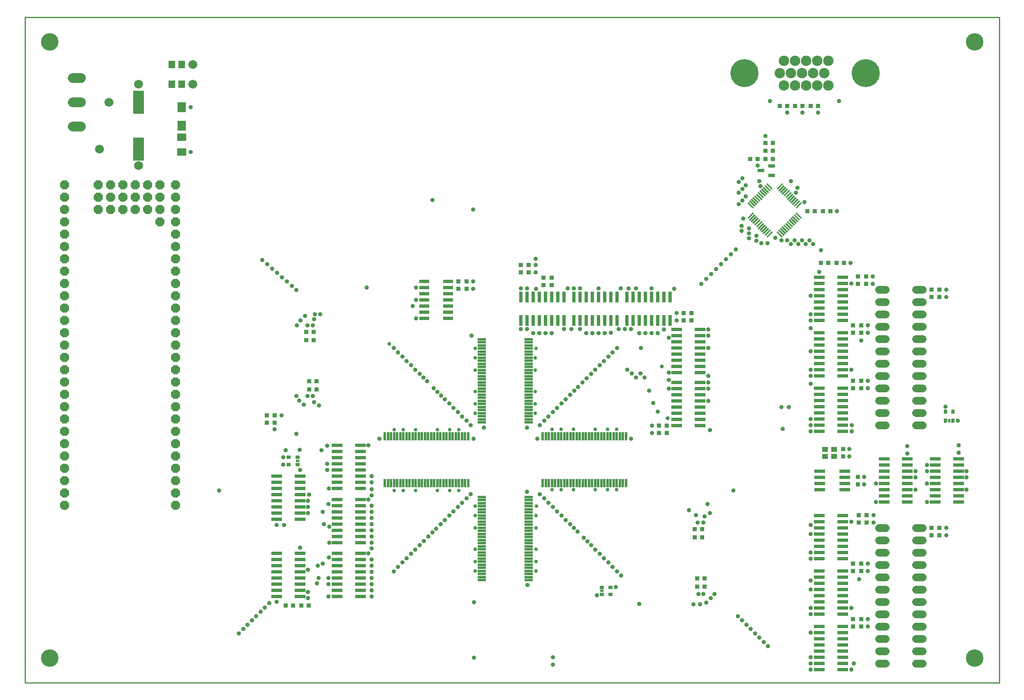
<source format=gbr>
G04 EAGLE Gerber RS-274X export*
G75*
%MOMM*%
%FSLAX34Y34*%
%LPD*%
%INSoldermask Top*%
%IPPOS*%
%AMOC8*
5,1,8,0,0,1.08239X$1,22.5*%
G01*
%ADD10C,5.760719*%
%ADD11C,2.148837*%
%ADD12R,0.336000X1.556000*%
%ADD13R,1.556000X0.336000*%
%ADD14R,2.092963X0.670563*%
%ADD15R,2.179319X0.731519*%
%ADD16R,0.487681X1.808481*%
%ADD17R,1.808481X0.487681*%
%ADD18R,0.731519X2.179319*%
%ADD19R,0.960000X0.960000*%
%ADD20R,2.320000X0.720000*%
%ADD21R,1.240000X1.140000*%
%ADD22C,1.584963*%
%ADD23R,1.432562X0.670563*%
%ADD24R,1.440000X1.540000*%
%ADD25R,1.800000X2.050000*%
%ADD26R,1.860000X1.560000*%
%ADD27R,2.316481X4.704081*%
%ADD28P,1.958693X8X112.500000*%
%ADD29P,1.958693X8X202.500000*%
%ADD30C,3.600000*%
%ADD31R,0.720000X0.820000*%
%ADD32R,0.480000X0.780000*%
%ADD33R,0.820000X0.720000*%
%ADD34R,0.780000X0.480000*%
%ADD35C,2.040000*%
%ADD36C,0.762000*%
%ADD37C,0.914400*%
%ADD38C,1.828800*%
%ADD39C,0.785763*%
%ADD40C,0.822963*%
%ADD41C,0.254000*%


D10*
X1731569Y1256030D03*
X1481531Y1256030D03*
D11*
X1654479Y1230620D03*
X1631568Y1230620D03*
X1608658Y1230620D03*
X1585747Y1230620D03*
X1562836Y1230620D03*
X1646021Y1256030D03*
X1623110Y1256030D03*
X1600200Y1256030D03*
X1577289Y1256030D03*
X1554378Y1256030D03*
X1654479Y1281441D03*
X1631568Y1281441D03*
X1608658Y1281441D03*
X1585747Y1281441D03*
X1562836Y1281441D03*
D12*
G36*
X1489983Y956268D02*
X1487607Y958644D01*
X1498609Y969646D01*
X1500985Y967270D01*
X1489983Y956268D01*
G37*
G36*
X1493519Y952733D02*
X1491143Y955109D01*
X1502145Y966111D01*
X1504521Y963735D01*
X1493519Y952733D01*
G37*
G36*
X1497055Y949197D02*
X1494679Y951573D01*
X1505681Y962575D01*
X1508057Y960199D01*
X1497055Y949197D01*
G37*
G36*
X1500590Y945662D02*
X1498214Y948038D01*
X1509216Y959040D01*
X1511592Y956664D01*
X1500590Y945662D01*
G37*
G36*
X1504126Y942126D02*
X1501750Y944502D01*
X1512752Y955504D01*
X1515128Y953128D01*
X1504126Y942126D01*
G37*
G36*
X1507661Y938591D02*
X1505285Y940967D01*
X1516287Y951969D01*
X1518663Y949593D01*
X1507661Y938591D01*
G37*
G36*
X1511197Y935055D02*
X1508821Y937431D01*
X1519823Y948433D01*
X1522199Y946057D01*
X1511197Y935055D01*
G37*
G36*
X1514732Y931520D02*
X1512356Y933896D01*
X1523358Y944898D01*
X1525734Y942522D01*
X1514732Y931520D01*
G37*
G36*
X1518268Y927984D02*
X1515892Y930360D01*
X1526894Y941362D01*
X1529270Y938986D01*
X1518268Y927984D01*
G37*
G36*
X1521803Y924449D02*
X1519427Y926825D01*
X1530429Y937827D01*
X1532805Y935451D01*
X1521803Y924449D01*
G37*
G36*
X1525339Y920913D02*
X1522963Y923289D01*
X1533965Y934291D01*
X1536341Y931915D01*
X1525339Y920913D01*
G37*
G36*
X1528874Y917377D02*
X1526498Y919753D01*
X1537500Y930755D01*
X1539876Y928379D01*
X1528874Y917377D01*
G37*
D13*
G36*
X1558714Y917377D02*
X1547712Y928379D01*
X1550088Y930755D01*
X1561090Y919753D01*
X1558714Y917377D01*
G37*
G36*
X1562249Y920913D02*
X1551247Y931915D01*
X1553623Y934291D01*
X1564625Y923289D01*
X1562249Y920913D01*
G37*
G36*
X1565785Y924449D02*
X1554783Y935451D01*
X1557159Y937827D01*
X1568161Y926825D01*
X1565785Y924449D01*
G37*
G36*
X1569320Y927984D02*
X1558318Y938986D01*
X1560694Y941362D01*
X1571696Y930360D01*
X1569320Y927984D01*
G37*
G36*
X1572856Y931520D02*
X1561854Y942522D01*
X1564230Y944898D01*
X1575232Y933896D01*
X1572856Y931520D01*
G37*
G36*
X1576391Y935055D02*
X1565389Y946057D01*
X1567765Y948433D01*
X1578767Y937431D01*
X1576391Y935055D01*
G37*
G36*
X1579927Y938591D02*
X1568925Y949593D01*
X1571301Y951969D01*
X1582303Y940967D01*
X1579927Y938591D01*
G37*
G36*
X1583462Y942126D02*
X1572460Y953128D01*
X1574836Y955504D01*
X1585838Y944502D01*
X1583462Y942126D01*
G37*
G36*
X1586998Y945662D02*
X1575996Y956664D01*
X1578372Y959040D01*
X1589374Y948038D01*
X1586998Y945662D01*
G37*
G36*
X1590533Y949197D02*
X1579531Y960199D01*
X1581907Y962575D01*
X1592909Y951573D01*
X1590533Y949197D01*
G37*
G36*
X1594069Y952733D02*
X1583067Y963735D01*
X1585443Y966111D01*
X1596445Y955109D01*
X1594069Y952733D01*
G37*
G36*
X1597604Y956268D02*
X1586602Y967270D01*
X1588978Y969646D01*
X1599980Y958644D01*
X1597604Y956268D01*
G37*
D12*
G36*
X1588978Y977482D02*
X1586602Y979858D01*
X1597604Y990860D01*
X1599980Y988484D01*
X1588978Y977482D01*
G37*
G36*
X1585443Y981017D02*
X1583067Y983393D01*
X1594069Y994395D01*
X1596445Y992019D01*
X1585443Y981017D01*
G37*
G36*
X1581907Y984553D02*
X1579531Y986929D01*
X1590533Y997931D01*
X1592909Y995555D01*
X1581907Y984553D01*
G37*
G36*
X1578372Y988088D02*
X1575996Y990464D01*
X1586998Y1001466D01*
X1589374Y999090D01*
X1578372Y988088D01*
G37*
G36*
X1574836Y991624D02*
X1572460Y994000D01*
X1583462Y1005002D01*
X1585838Y1002626D01*
X1574836Y991624D01*
G37*
G36*
X1571301Y995159D02*
X1568925Y997535D01*
X1579927Y1008537D01*
X1582303Y1006161D01*
X1571301Y995159D01*
G37*
G36*
X1567765Y998695D02*
X1565389Y1001071D01*
X1576391Y1012073D01*
X1578767Y1009697D01*
X1567765Y998695D01*
G37*
G36*
X1564230Y1002230D02*
X1561854Y1004606D01*
X1572856Y1015608D01*
X1575232Y1013232D01*
X1564230Y1002230D01*
G37*
G36*
X1560694Y1005766D02*
X1558318Y1008142D01*
X1569320Y1019144D01*
X1571696Y1016768D01*
X1560694Y1005766D01*
G37*
G36*
X1557159Y1009301D02*
X1554783Y1011677D01*
X1565785Y1022679D01*
X1568161Y1020303D01*
X1557159Y1009301D01*
G37*
G36*
X1553623Y1012837D02*
X1551247Y1015213D01*
X1562249Y1026215D01*
X1564625Y1023839D01*
X1553623Y1012837D01*
G37*
G36*
X1550088Y1016372D02*
X1547712Y1018748D01*
X1558714Y1029750D01*
X1561090Y1027374D01*
X1550088Y1016372D01*
G37*
D13*
G36*
X1537500Y1016372D02*
X1526498Y1027374D01*
X1528874Y1029750D01*
X1539876Y1018748D01*
X1537500Y1016372D01*
G37*
G36*
X1533965Y1012837D02*
X1522963Y1023839D01*
X1525339Y1026215D01*
X1536341Y1015213D01*
X1533965Y1012837D01*
G37*
G36*
X1530429Y1009301D02*
X1519427Y1020303D01*
X1521803Y1022679D01*
X1532805Y1011677D01*
X1530429Y1009301D01*
G37*
G36*
X1526894Y1005766D02*
X1515892Y1016768D01*
X1518268Y1019144D01*
X1529270Y1008142D01*
X1526894Y1005766D01*
G37*
G36*
X1523358Y1002230D02*
X1512356Y1013232D01*
X1514732Y1015608D01*
X1525734Y1004606D01*
X1523358Y1002230D01*
G37*
G36*
X1519823Y998695D02*
X1508821Y1009697D01*
X1511197Y1012073D01*
X1522199Y1001071D01*
X1519823Y998695D01*
G37*
G36*
X1516287Y995159D02*
X1505285Y1006161D01*
X1507661Y1008537D01*
X1518663Y997535D01*
X1516287Y995159D01*
G37*
G36*
X1512752Y991624D02*
X1501750Y1002626D01*
X1504126Y1005002D01*
X1515128Y994000D01*
X1512752Y991624D01*
G37*
G36*
X1509216Y988088D02*
X1498214Y999090D01*
X1500590Y1001466D01*
X1511592Y990464D01*
X1509216Y988088D01*
G37*
G36*
X1505681Y984553D02*
X1494679Y995555D01*
X1497055Y997931D01*
X1508057Y986929D01*
X1505681Y984553D01*
G37*
G36*
X1502145Y981017D02*
X1491143Y992019D01*
X1493519Y994395D01*
X1504521Y983393D01*
X1502145Y981017D01*
G37*
G36*
X1498609Y977482D02*
X1487607Y988484D01*
X1489983Y990860D01*
X1500985Y979858D01*
X1498609Y977482D01*
G37*
D14*
X822452Y826770D03*
X822452Y814070D03*
X822452Y801370D03*
X822452Y788670D03*
X822452Y775970D03*
X822452Y763270D03*
X822452Y750570D03*
X871728Y750570D03*
X871728Y763270D03*
X871728Y775970D03*
X871728Y788670D03*
X871728Y801370D03*
X871728Y814070D03*
X871728Y826770D03*
D15*
X1769364Y461010D03*
X1769364Y448310D03*
X1769364Y435610D03*
X1769364Y422910D03*
X1769364Y410210D03*
X1769364Y397510D03*
X1769364Y384810D03*
X1769364Y372110D03*
X1817370Y372110D03*
X1817370Y384810D03*
X1817370Y397510D03*
X1817370Y410210D03*
X1817370Y422910D03*
X1817370Y435610D03*
X1817370Y448310D03*
X1817370Y461010D03*
X1874774Y461010D03*
X1874774Y448310D03*
X1874774Y435610D03*
X1874774Y422910D03*
X1874774Y410210D03*
X1874774Y397510D03*
X1874774Y384810D03*
X1874774Y372110D03*
X1922780Y372110D03*
X1922780Y384810D03*
X1922780Y397510D03*
X1922780Y410210D03*
X1922780Y422910D03*
X1922780Y435610D03*
X1922780Y448310D03*
X1922780Y461010D03*
D16*
X912622Y508000D03*
X906018Y508000D03*
X899922Y508000D03*
X893318Y508000D03*
X887222Y508000D03*
X880618Y508000D03*
X874522Y508000D03*
X867918Y508000D03*
X861822Y508000D03*
X855218Y508000D03*
X849122Y508000D03*
X842518Y508000D03*
X836422Y508000D03*
X829818Y508000D03*
X823722Y508000D03*
X817118Y508000D03*
X811022Y508000D03*
X804418Y508000D03*
X798322Y508000D03*
X791718Y508000D03*
X785622Y508000D03*
X779018Y508000D03*
X772922Y508000D03*
X766318Y508000D03*
X760222Y508000D03*
X753618Y508000D03*
X747522Y508000D03*
X740918Y508000D03*
X740918Y411480D03*
X747522Y411480D03*
X753618Y411480D03*
X760222Y411480D03*
X766318Y411480D03*
X772922Y411480D03*
X779018Y411480D03*
X785622Y411480D03*
X791718Y411480D03*
X798322Y411480D03*
X804418Y411480D03*
X811022Y411480D03*
X817118Y411480D03*
X823722Y411480D03*
X829818Y411480D03*
X836422Y411480D03*
X842518Y411480D03*
X849122Y411480D03*
X855218Y411480D03*
X861822Y411480D03*
X867918Y411480D03*
X874522Y411480D03*
X880618Y411480D03*
X887222Y411480D03*
X893318Y411480D03*
X899922Y411480D03*
X906018Y411480D03*
X912622Y411480D03*
D17*
X941070Y708152D03*
X941070Y701548D03*
X941070Y695452D03*
X941070Y688848D03*
X941070Y682752D03*
X941070Y676148D03*
X941070Y670052D03*
X941070Y663448D03*
X941070Y657352D03*
X941070Y650748D03*
X941070Y644652D03*
X941070Y638048D03*
X941070Y631952D03*
X941070Y625348D03*
X941070Y619252D03*
X941070Y612648D03*
X941070Y606552D03*
X941070Y599948D03*
X941070Y593852D03*
X941070Y587248D03*
X941070Y581152D03*
X941070Y574548D03*
X941070Y568452D03*
X941070Y561848D03*
X941070Y555752D03*
X941070Y549148D03*
X941070Y543052D03*
X941070Y536448D03*
X1037590Y536448D03*
X1037590Y543052D03*
X1037590Y549148D03*
X1037590Y555752D03*
X1037590Y561848D03*
X1037590Y568452D03*
X1037590Y574548D03*
X1037590Y581152D03*
X1037590Y587248D03*
X1037590Y593852D03*
X1037590Y599948D03*
X1037590Y606552D03*
X1037590Y612648D03*
X1037590Y619252D03*
X1037590Y625348D03*
X1037590Y631952D03*
X1037590Y638048D03*
X1037590Y644652D03*
X1037590Y650748D03*
X1037590Y657352D03*
X1037590Y663448D03*
X1037590Y670052D03*
X1037590Y676148D03*
X1037590Y682752D03*
X1037590Y688848D03*
X1037590Y695452D03*
X1037590Y701548D03*
X1037590Y708152D03*
X1037590Y211328D03*
X1037590Y217932D03*
X1037590Y224028D03*
X1037590Y230632D03*
X1037590Y236728D03*
X1037590Y243332D03*
X1037590Y249428D03*
X1037590Y256032D03*
X1037590Y262128D03*
X1037590Y268732D03*
X1037590Y274828D03*
X1037590Y281432D03*
X1037590Y287528D03*
X1037590Y294132D03*
X1037590Y300228D03*
X1037590Y306832D03*
X1037590Y312928D03*
X1037590Y319532D03*
X1037590Y325628D03*
X1037590Y332232D03*
X1037590Y338328D03*
X1037590Y344932D03*
X1037590Y351028D03*
X1037590Y357632D03*
X1037590Y363728D03*
X1037590Y370332D03*
X1037590Y376428D03*
X1037590Y383032D03*
X941070Y383032D03*
X941070Y376428D03*
X941070Y370332D03*
X941070Y363728D03*
X941070Y357632D03*
X941070Y351028D03*
X941070Y344932D03*
X941070Y338328D03*
X941070Y332232D03*
X941070Y325628D03*
X941070Y319532D03*
X941070Y312928D03*
X941070Y306832D03*
X941070Y300228D03*
X941070Y294132D03*
X941070Y287528D03*
X941070Y281432D03*
X941070Y274828D03*
X941070Y268732D03*
X941070Y262128D03*
X941070Y256032D03*
X941070Y249428D03*
X941070Y243332D03*
X941070Y236728D03*
X941070Y230632D03*
X941070Y224028D03*
X941070Y217932D03*
X941070Y211328D03*
D16*
X1066038Y411480D03*
X1072642Y411480D03*
X1078738Y411480D03*
X1085342Y411480D03*
X1091438Y411480D03*
X1098042Y411480D03*
X1104138Y411480D03*
X1110742Y411480D03*
X1116838Y411480D03*
X1123442Y411480D03*
X1129538Y411480D03*
X1136142Y411480D03*
X1142238Y411480D03*
X1148842Y411480D03*
X1154938Y411480D03*
X1161542Y411480D03*
X1167638Y411480D03*
X1174242Y411480D03*
X1180338Y411480D03*
X1186942Y411480D03*
X1193038Y411480D03*
X1199642Y411480D03*
X1205738Y411480D03*
X1212342Y411480D03*
X1218438Y411480D03*
X1225042Y411480D03*
X1231138Y411480D03*
X1237742Y411480D03*
X1237742Y508000D03*
X1231138Y508000D03*
X1225042Y508000D03*
X1218438Y508000D03*
X1212342Y508000D03*
X1205738Y508000D03*
X1199642Y508000D03*
X1193038Y508000D03*
X1186942Y508000D03*
X1180338Y508000D03*
X1174242Y508000D03*
X1167638Y508000D03*
X1161542Y508000D03*
X1154938Y508000D03*
X1148842Y508000D03*
X1142238Y508000D03*
X1136142Y508000D03*
X1129538Y508000D03*
X1123442Y508000D03*
X1116838Y508000D03*
X1110742Y508000D03*
X1104138Y508000D03*
X1098042Y508000D03*
X1091438Y508000D03*
X1085342Y508000D03*
X1078738Y508000D03*
X1072642Y508000D03*
X1066038Y508000D03*
D15*
X518414Y266700D03*
X518414Y254000D03*
X518414Y241300D03*
X518414Y228600D03*
X518414Y215900D03*
X518414Y203200D03*
X518414Y190500D03*
X518414Y177800D03*
X566420Y177800D03*
X566420Y190500D03*
X566420Y203200D03*
X566420Y215900D03*
X566420Y228600D03*
X566420Y241300D03*
X566420Y254000D03*
X566420Y266700D03*
X690626Y177800D03*
X690626Y190500D03*
X690626Y203200D03*
X690626Y215900D03*
X690626Y228600D03*
X690626Y241300D03*
X690626Y254000D03*
X690626Y266700D03*
X642620Y266700D03*
X642620Y254000D03*
X642620Y241300D03*
X642620Y228600D03*
X642620Y215900D03*
X642620Y203200D03*
X642620Y190500D03*
X642620Y177800D03*
X690626Y288290D03*
X690626Y300990D03*
X690626Y313690D03*
X690626Y326390D03*
X690626Y339090D03*
X690626Y351790D03*
X690626Y364490D03*
X690626Y377190D03*
X642620Y377190D03*
X642620Y364490D03*
X642620Y351790D03*
X642620Y339090D03*
X642620Y326390D03*
X642620Y313690D03*
X642620Y300990D03*
X642620Y288290D03*
X690626Y400050D03*
X690626Y412750D03*
X690626Y425450D03*
X690626Y438150D03*
X690626Y450850D03*
X690626Y463550D03*
X690626Y476250D03*
X690626Y488950D03*
X642620Y488950D03*
X642620Y476250D03*
X642620Y463550D03*
X642620Y450850D03*
X642620Y438150D03*
X642620Y425450D03*
X642620Y412750D03*
X642620Y400050D03*
X1390396Y529590D03*
X1390396Y542290D03*
X1390396Y554990D03*
X1390396Y567690D03*
X1390396Y580390D03*
X1390396Y593090D03*
X1390396Y605790D03*
X1390396Y618490D03*
X1342390Y618490D03*
X1342390Y605790D03*
X1342390Y593090D03*
X1342390Y580390D03*
X1342390Y567690D03*
X1342390Y554990D03*
X1342390Y542290D03*
X1342390Y529590D03*
X1390396Y638810D03*
X1390396Y651510D03*
X1390396Y664210D03*
X1390396Y676910D03*
X1390396Y689610D03*
X1390396Y702310D03*
X1390396Y715010D03*
X1390396Y727710D03*
X1342390Y727710D03*
X1342390Y715010D03*
X1342390Y702310D03*
X1342390Y689610D03*
X1342390Y676910D03*
X1342390Y664210D03*
X1342390Y651510D03*
X1342390Y638810D03*
D18*
X1328420Y794766D03*
X1315720Y794766D03*
X1303020Y794766D03*
X1290320Y794766D03*
X1277620Y794766D03*
X1264920Y794766D03*
X1252220Y794766D03*
X1239520Y794766D03*
X1239520Y746760D03*
X1252220Y746760D03*
X1264920Y746760D03*
X1277620Y746760D03*
X1290320Y746760D03*
X1303020Y746760D03*
X1315720Y746760D03*
X1328420Y746760D03*
X1219200Y794766D03*
X1206500Y794766D03*
X1193800Y794766D03*
X1181100Y794766D03*
X1168400Y794766D03*
X1155700Y794766D03*
X1143000Y794766D03*
X1130300Y794766D03*
X1130300Y746760D03*
X1143000Y746760D03*
X1155700Y746760D03*
X1168400Y746760D03*
X1181100Y746760D03*
X1193800Y746760D03*
X1206500Y746760D03*
X1219200Y746760D03*
X1109980Y794766D03*
X1097280Y794766D03*
X1084580Y794766D03*
X1071880Y794766D03*
X1059180Y794766D03*
X1046480Y794766D03*
X1033780Y794766D03*
X1021080Y794766D03*
X1021080Y746760D03*
X1033780Y746760D03*
X1046480Y746760D03*
X1059180Y746760D03*
X1071880Y746760D03*
X1084580Y746760D03*
X1097280Y746760D03*
X1109980Y746760D03*
D15*
X1636014Y835660D03*
X1636014Y822960D03*
X1636014Y810260D03*
X1636014Y797560D03*
X1636014Y784860D03*
X1636014Y772160D03*
X1636014Y759460D03*
X1636014Y746760D03*
X1684020Y746760D03*
X1684020Y759460D03*
X1684020Y772160D03*
X1684020Y784860D03*
X1684020Y797560D03*
X1684020Y810260D03*
X1684020Y822960D03*
X1684020Y835660D03*
X1636014Y721360D03*
X1636014Y708660D03*
X1636014Y695960D03*
X1636014Y683260D03*
X1636014Y670560D03*
X1636014Y657860D03*
X1636014Y645160D03*
X1636014Y632460D03*
X1684020Y632460D03*
X1684020Y645160D03*
X1684020Y657860D03*
X1684020Y670560D03*
X1684020Y683260D03*
X1684020Y695960D03*
X1684020Y708660D03*
X1684020Y721360D03*
X1636014Y607060D03*
X1636014Y594360D03*
X1636014Y581660D03*
X1636014Y568960D03*
X1636014Y556260D03*
X1636014Y543560D03*
X1636014Y530860D03*
X1636014Y518160D03*
X1684020Y518160D03*
X1684020Y530860D03*
X1684020Y543560D03*
X1684020Y556260D03*
X1684020Y568960D03*
X1684020Y581660D03*
X1684020Y594360D03*
X1684020Y607060D03*
X1636014Y344170D03*
X1636014Y331470D03*
X1636014Y318770D03*
X1636014Y306070D03*
X1636014Y293370D03*
X1636014Y280670D03*
X1636014Y267970D03*
X1636014Y255270D03*
X1684020Y255270D03*
X1684020Y267970D03*
X1684020Y280670D03*
X1684020Y293370D03*
X1684020Y306070D03*
X1684020Y318770D03*
X1684020Y331470D03*
X1684020Y344170D03*
X1636014Y229870D03*
X1636014Y217170D03*
X1636014Y204470D03*
X1636014Y191770D03*
X1636014Y179070D03*
X1636014Y166370D03*
X1636014Y153670D03*
X1636014Y140970D03*
X1684020Y140970D03*
X1684020Y153670D03*
X1684020Y166370D03*
X1684020Y179070D03*
X1684020Y191770D03*
X1684020Y204470D03*
X1684020Y217170D03*
X1684020Y229870D03*
X1636014Y115570D03*
X1636014Y102870D03*
X1636014Y90170D03*
X1636014Y77470D03*
X1636014Y64770D03*
X1636014Y52070D03*
X1636014Y39370D03*
X1636014Y26670D03*
X1684020Y26670D03*
X1684020Y39370D03*
X1684020Y52070D03*
X1684020Y64770D03*
X1684020Y77470D03*
X1684020Y90170D03*
X1684020Y102870D03*
X1684020Y115570D03*
D19*
X1540510Y1112520D03*
X1525270Y1112520D03*
X1685290Y481330D03*
X1685290Y466090D03*
X594360Y722630D03*
X579120Y722630D03*
X594360Y706120D03*
X579120Y706120D03*
X585470Y604520D03*
X600710Y604520D03*
X585470Y621030D03*
X600710Y621030D03*
X1384300Y198120D03*
X1399540Y198120D03*
X1384300Y214630D03*
X1399540Y214630D03*
X1394460Y316230D03*
X1379220Y316230D03*
X1394460Y299720D03*
X1379220Y299720D03*
X514350Y551180D03*
X514350Y535940D03*
X497840Y551180D03*
X497840Y535940D03*
X1021080Y845820D03*
X1021080Y861060D03*
X1037590Y845820D03*
X1037590Y861060D03*
X1322070Y514350D03*
X1322070Y529590D03*
X1305560Y514350D03*
X1305560Y529590D03*
X1356360Y762000D03*
X1356360Y746760D03*
X1372870Y762000D03*
X1372870Y746760D03*
X1715770Y821690D03*
X1715770Y836930D03*
X1732280Y821690D03*
X1732280Y836930D03*
X1705610Y736600D03*
X1705610Y721360D03*
X1722120Y736600D03*
X1722120Y721360D03*
X1705610Y622300D03*
X1705610Y607060D03*
X1722120Y622300D03*
X1722120Y607060D03*
X1717040Y330200D03*
X1717040Y345440D03*
X1733550Y330200D03*
X1733550Y345440D03*
X1705610Y245110D03*
X1705610Y229870D03*
X1722120Y245110D03*
X1722120Y229870D03*
X1705610Y130810D03*
X1705610Y115570D03*
X1722120Y130810D03*
X1722120Y115570D03*
X1508760Y1079500D03*
X1493520Y1079500D03*
X1569720Y1188720D03*
X1554480Y1188720D03*
X1601470Y1188720D03*
X1586230Y1188720D03*
X1633220Y1188720D03*
X1617980Y1188720D03*
D20*
X1636430Y422910D03*
X1688430Y422910D03*
X1636430Y435610D03*
X1636430Y410210D03*
X1636430Y397510D03*
X1688430Y435610D03*
X1688430Y410210D03*
X1688430Y397510D03*
D21*
X1666600Y480960D03*
X1648100Y480960D03*
X1648100Y466460D03*
X1666600Y466460D03*
D19*
X1540510Y1096010D03*
X1525270Y1096010D03*
D22*
X1758696Y318770D02*
X1771904Y318770D01*
X1771904Y293370D02*
X1758696Y293370D01*
X1758696Y267970D02*
X1771904Y267970D01*
X1771904Y242570D02*
X1758696Y242570D01*
X1758696Y217170D02*
X1771904Y217170D01*
X1771904Y191770D02*
X1758696Y191770D01*
X1758696Y166370D02*
X1771904Y166370D01*
X1771904Y140970D02*
X1758696Y140970D01*
X1758696Y115570D02*
X1771904Y115570D01*
X1771904Y90170D02*
X1758696Y90170D01*
X1758696Y64770D02*
X1771904Y64770D01*
X1771904Y39370D02*
X1758696Y39370D01*
X1834896Y39370D02*
X1848104Y39370D01*
X1848104Y64770D02*
X1834896Y64770D01*
X1834896Y90170D02*
X1848104Y90170D01*
X1848104Y115570D02*
X1834896Y115570D01*
X1834896Y140970D02*
X1848104Y140970D01*
X1848104Y166370D02*
X1834896Y166370D01*
X1834896Y191770D02*
X1848104Y191770D01*
X1848104Y217170D02*
X1834896Y217170D01*
X1834896Y242570D02*
X1848104Y242570D01*
X1848104Y267970D02*
X1834896Y267970D01*
X1834896Y293370D02*
X1848104Y293370D01*
X1848104Y318770D02*
X1834896Y318770D01*
X1771904Y810260D02*
X1758696Y810260D01*
X1758696Y784860D02*
X1771904Y784860D01*
X1771904Y759460D02*
X1758696Y759460D01*
X1758696Y734060D02*
X1771904Y734060D01*
X1771904Y708660D02*
X1758696Y708660D01*
X1758696Y683260D02*
X1771904Y683260D01*
X1771904Y657860D02*
X1758696Y657860D01*
X1758696Y632460D02*
X1771904Y632460D01*
X1771904Y607060D02*
X1758696Y607060D01*
X1758696Y581660D02*
X1771904Y581660D01*
X1771904Y556260D02*
X1758696Y556260D01*
X1758696Y530860D02*
X1771904Y530860D01*
X1834896Y530860D02*
X1848104Y530860D01*
X1848104Y556260D02*
X1834896Y556260D01*
X1834896Y581660D02*
X1848104Y581660D01*
X1848104Y607060D02*
X1834896Y607060D01*
X1834896Y632460D02*
X1848104Y632460D01*
X1848104Y657860D02*
X1834896Y657860D01*
X1834896Y683260D02*
X1848104Y683260D01*
X1848104Y708660D02*
X1834896Y708660D01*
X1834896Y734060D02*
X1848104Y734060D01*
X1848104Y759460D02*
X1834896Y759460D01*
X1834896Y784860D02*
X1848104Y784860D01*
X1848104Y810260D02*
X1834896Y810260D01*
D19*
X1715770Y408940D03*
X1715770Y424180D03*
X1084580Y834390D03*
X1084580Y819150D03*
X1654810Y864870D03*
X1639570Y864870D03*
D15*
X566166Y336550D03*
X566166Y349250D03*
X566166Y361950D03*
X566166Y374650D03*
X566166Y387350D03*
X566166Y400050D03*
X566166Y412750D03*
X566166Y425450D03*
X518160Y425450D03*
X518160Y412750D03*
X518160Y400050D03*
X518160Y387350D03*
X518160Y374650D03*
X518160Y361950D03*
X518160Y349250D03*
X518160Y336550D03*
D19*
X1068070Y819150D03*
X1068070Y834390D03*
X1686560Y864870D03*
X1671320Y864870D03*
X584200Y158750D03*
X568960Y158750D03*
X537210Y158750D03*
X552450Y158750D03*
D23*
X1537462Y1045972D03*
X1537462Y1064768D03*
X1515618Y1055370D03*
D19*
X1525270Y1079500D03*
X1540510Y1079500D03*
X1866900Y303530D03*
X1866900Y318770D03*
X1883410Y303530D03*
X1883410Y318770D03*
X1866900Y795020D03*
X1866900Y810260D03*
X1883410Y795020D03*
X1883410Y810260D03*
X892810Y811530D03*
X892810Y826770D03*
X909320Y811530D03*
X909320Y826770D03*
X1626870Y971550D03*
X1611630Y971550D03*
X1658620Y971550D03*
X1643380Y971550D03*
D24*
X322580Y1233170D03*
X302260Y1233170D03*
D25*
X322580Y1148380D03*
X322580Y1185880D03*
D26*
X322580Y1093470D03*
X322580Y1123950D03*
D27*
X233680Y1196340D03*
X233680Y1099820D03*
D28*
X309880Y365760D03*
X309880Y391160D03*
X309880Y416560D03*
X309880Y441960D03*
D29*
X309880Y467360D03*
D28*
X309880Y492760D03*
X309880Y518160D03*
X309880Y543560D03*
X309880Y568960D03*
X309880Y594360D03*
X309880Y619760D03*
X309880Y645160D03*
X309880Y670560D03*
X309880Y695960D03*
X309880Y721360D03*
X309880Y746760D03*
X309880Y772160D03*
X309880Y797560D03*
X309880Y822960D03*
X309880Y848360D03*
X309880Y873760D03*
X309880Y899160D03*
X309880Y924560D03*
X309880Y949960D03*
D29*
X309880Y975360D03*
D28*
X309880Y1000760D03*
X309880Y1026160D03*
X81280Y365760D03*
X81280Y391160D03*
X81280Y416560D03*
X81280Y441960D03*
D29*
X81280Y467360D03*
D28*
X81280Y492760D03*
X81280Y518160D03*
X81280Y543560D03*
X81280Y568960D03*
X81280Y594360D03*
X81280Y619760D03*
X81280Y645160D03*
X81280Y670560D03*
X81280Y695960D03*
X81280Y721360D03*
X81280Y746760D03*
X81280Y772160D03*
X81280Y797560D03*
X81280Y822960D03*
X81280Y848360D03*
X81280Y873760D03*
X81280Y899160D03*
X81280Y924560D03*
X81280Y949960D03*
D29*
X81280Y975360D03*
D28*
X81280Y1000760D03*
X81280Y1026160D03*
X278130Y949960D03*
X278130Y975360D03*
X278130Y1000760D03*
X278130Y1026160D03*
X252730Y975360D03*
X252730Y1000760D03*
X252730Y1026160D03*
X227330Y975360D03*
X227330Y1000760D03*
X227330Y1026160D03*
X201930Y975360D03*
X201930Y1000760D03*
X201930Y1026160D03*
X176530Y975360D03*
X176530Y1000760D03*
X176530Y1026160D03*
X151130Y975360D03*
X151130Y1000760D03*
X151130Y1026160D03*
D24*
X302260Y1273810D03*
X322580Y1273810D03*
D30*
X50800Y50800D03*
X50800Y1320800D03*
X1955800Y50800D03*
X1955800Y1320800D03*
D31*
X1896230Y539910D03*
D32*
X1903730Y539910D03*
D31*
X1911230Y539910D03*
X1911230Y558410D03*
X1896230Y558410D03*
D33*
X1187610Y196730D03*
D34*
X1187610Y189230D03*
D33*
X1187610Y181730D03*
X1206110Y181730D03*
X1206110Y196730D03*
X561180Y449700D03*
D34*
X561180Y457200D03*
D33*
X561180Y464700D03*
X542680Y464700D03*
X542680Y449700D03*
D35*
X115180Y1146340D02*
X98180Y1146340D01*
X98180Y1196340D02*
X115180Y1196340D01*
X115180Y1246340D02*
X98180Y1246340D01*
D36*
X893318Y396518D03*
X849122Y396264D03*
X1085342Y522200D03*
X1129538Y522200D03*
X1174242Y522200D03*
X1218438Y522200D03*
D37*
X706985Y266700D03*
X626261Y321310D03*
X706985Y377190D03*
X706985Y488950D03*
D36*
X927632Y230632D03*
X927632Y274828D03*
X927632Y319532D03*
X927632Y363728D03*
X760222Y396240D03*
X804418Y396240D03*
X1052806Y319532D03*
X1218438Y398042D03*
X1174242Y398042D03*
X1129538Y398042D03*
X1085342Y398042D03*
X1052830Y230632D03*
X1052830Y274828D03*
X927378Y555752D03*
X927124Y599948D03*
X760222Y521438D03*
X804418Y521438D03*
X849122Y521438D03*
X893318Y521438D03*
X927100Y688848D03*
X927100Y644652D03*
X1051028Y644652D03*
X1051028Y599948D03*
X1051028Y555752D03*
D37*
X1407160Y618490D03*
X1243330Y812800D03*
X1130300Y812800D03*
X1021080Y812800D03*
X1407160Y727710D03*
X1290320Y812800D03*
X1181100Y812800D03*
X924560Y165862D03*
X624840Y215900D03*
X582930Y232410D03*
X518160Y166370D03*
X622300Y438150D03*
X400050Y396240D03*
X1177798Y180594D03*
X581660Y590550D03*
X560070Y736600D03*
X593090Y736600D03*
X1459230Y396240D03*
X923290Y975614D03*
X1386840Y182880D03*
X1397000Y330200D03*
X1419860Y182880D03*
D36*
X1052322Y689102D03*
D37*
X1617980Y26670D03*
X1617980Y52070D03*
X1617980Y140970D03*
X1617980Y191770D03*
X1617980Y255270D03*
X1617980Y306070D03*
X1617980Y518160D03*
X1617980Y746760D03*
X1617980Y797560D03*
X1697990Y481330D03*
X1728470Y408940D03*
X1858010Y372110D03*
X1752600Y372110D03*
X582930Y361950D03*
X565404Y479806D03*
X805180Y750570D03*
X1617980Y543560D03*
X1052830Y811530D03*
D36*
X1053338Y364236D03*
D37*
X528320Y551180D03*
X566166Y438658D03*
X1617980Y683260D03*
X1291590Y514350D03*
X1617980Y632460D03*
X1672590Y971550D03*
X1558290Y567690D03*
X1700530Y864870D03*
X1922780Y488950D03*
X923290Y811530D03*
X1897380Y303530D03*
X1897380Y795020D03*
X1407160Y580390D03*
X1736090Y736600D03*
X1746250Y821690D03*
X1736090Y622300D03*
X1087120Y36830D03*
X1817370Y487680D03*
X1747520Y330200D03*
X1736090Y245110D03*
X1736090Y130810D03*
D38*
X233680Y1065530D03*
X153440Y1099820D03*
D37*
X533400Y325120D03*
X1051560Y845820D03*
X1407160Y689610D03*
X1325880Y623570D03*
X1235710Y728980D03*
X1125220Y728980D03*
X1342390Y762000D03*
X341630Y1093470D03*
X1921510Y539750D03*
D39*
X750570Y698500D03*
D37*
X759357Y689713D03*
X768350Y680720D03*
X777240Y671830D03*
X786130Y662940D03*
X795020Y654050D03*
X803910Y645160D03*
X812800Y636270D03*
X820420Y628650D03*
X828040Y621030D03*
X842010Y607060D03*
X849630Y599440D03*
X857250Y591820D03*
X864870Y584200D03*
X873760Y575310D03*
X882650Y566420D03*
X891540Y557530D03*
X900339Y548731D03*
X909320Y539750D03*
X1228090Y220980D03*
X1219303Y229767D03*
X1210310Y238760D03*
X1201420Y247650D03*
X1192530Y256540D03*
X1183640Y265430D03*
X1174750Y274320D03*
X1165860Y283210D03*
X1158240Y290830D03*
X1150620Y298450D03*
X1137920Y311150D03*
X1130300Y318770D03*
X1122680Y326390D03*
X1113790Y335280D03*
X1104900Y344170D03*
X1096010Y353060D03*
X1087120Y361950D03*
X1078321Y370749D03*
X1069340Y379730D03*
X1530350Y74930D03*
X1412240Y173990D03*
X1521460Y83820D03*
X1403350Y165100D03*
X1512570Y92710D03*
X1390650Y161290D03*
X1503680Y101600D03*
X1376680Y161290D03*
X1367790Y355600D03*
X1494790Y110490D03*
X1381760Y345440D03*
X1485900Y119380D03*
X1399540Y342900D03*
X1477010Y128270D03*
X1410970Y349250D03*
X1468120Y137160D03*
X567690Y746760D03*
X488950Y871220D03*
X576580Y755650D03*
X499110Y862330D03*
X595630Y749300D03*
X509270Y853440D03*
X596900Y759460D03*
X519430Y844550D03*
X605790Y571500D03*
X529590Y835660D03*
X595630Y577850D03*
X539750Y826770D03*
X574040Y572770D03*
X549910Y817880D03*
X565150Y581660D03*
X558800Y808990D03*
X730250Y502920D03*
X1248410Y502920D03*
X1055370Y502920D03*
X924052Y502920D03*
X1405890Y368300D03*
X1560830Y523240D03*
X558673Y590550D03*
X1035050Y201168D03*
X1033780Y393700D03*
X1033780Y525780D03*
X944880Y525780D03*
X798830Y775970D03*
X919480Y715010D03*
X558800Y513080D03*
X1051560Y873760D03*
X918210Y530860D03*
X1060450Y388620D03*
X1635506Y846836D03*
X1617980Y730250D03*
X1617980Y615950D03*
X1617980Y325120D03*
X1617980Y210820D03*
X1617980Y102870D03*
X1117600Y812800D03*
X1226820Y812800D03*
X1337310Y811530D03*
X1407160Y632460D03*
X1410970Y520700D03*
D36*
X1104138Y522200D03*
X1199642Y522200D03*
X874522Y396518D03*
D37*
X624991Y177800D03*
D36*
X927632Y249428D03*
X927632Y344932D03*
X779018Y396240D03*
X1052552Y344932D03*
X1199642Y398042D03*
X1104138Y398042D03*
X1052830Y249428D03*
X927378Y574548D03*
X779018Y521438D03*
X874522Y521438D03*
X927100Y670052D03*
X1051028Y670052D03*
X1051028Y574548D03*
D37*
X1325880Y605790D03*
X1325880Y638810D03*
X1407160Y605790D03*
X1021080Y728980D03*
X1109980Y728980D03*
X1223010Y728980D03*
X566420Y278130D03*
X626364Y288290D03*
X626110Y400050D03*
X514350Y521970D03*
X593090Y590550D03*
X581660Y736600D03*
X1051560Y861060D03*
X1397000Y182880D03*
X1385570Y330200D03*
X1701800Y26670D03*
X1617980Y267970D03*
X1617980Y759460D03*
X1728470Y424180D03*
X1817370Y472440D03*
X1833880Y397510D03*
X1922780Y473710D03*
X582930Y349250D03*
X518160Y325120D03*
X1752600Y410210D03*
X1858010Y410210D03*
X924814Y51562D03*
X805180Y788670D03*
X1291590Y529590D03*
X923290Y826770D03*
X1897380Y318770D03*
X1897380Y810260D03*
X1573530Y567690D03*
X1703070Y518160D03*
X1736090Y721360D03*
X1746250Y836930D03*
X1736090Y607060D03*
X1087120Y52070D03*
X1747520Y345440D03*
X1736090Y229870D03*
X1736090Y115570D03*
D38*
X233680Y1233170D03*
X172720Y1196340D03*
D37*
X1939290Y397510D03*
X1697990Y466090D03*
X1342390Y746760D03*
X341122Y1186180D03*
X1216660Y196850D03*
X532130Y449580D03*
X1896110Y568960D03*
X600964Y204470D03*
X585470Y387350D03*
X440690Y101600D03*
X449580Y110490D03*
X458470Y119380D03*
X467360Y128270D03*
X476250Y137160D03*
X485140Y146050D03*
X494030Y154940D03*
X502920Y163830D03*
X713740Y177800D03*
X759357Y229767D03*
X713740Y190500D03*
X768350Y238760D03*
X713740Y203200D03*
X777240Y247650D03*
X713740Y215900D03*
X786130Y256540D03*
X713740Y228600D03*
X795020Y265430D03*
X713740Y241300D03*
X803910Y274320D03*
X713740Y254000D03*
X812800Y283210D03*
X713740Y276860D03*
X821690Y292100D03*
X713740Y288290D03*
X830580Y300990D03*
X713740Y300990D03*
X839470Y309880D03*
X713740Y313690D03*
X847090Y317500D03*
X713740Y326390D03*
X855980Y326390D03*
X713740Y339090D03*
X864870Y335280D03*
X713740Y351790D03*
X873760Y344170D03*
X713740Y364490D03*
X882650Y353060D03*
X713740Y386080D03*
X891540Y361950D03*
X713740Y398780D03*
X900339Y370749D03*
X713740Y412750D03*
X909320Y379730D03*
X626110Y257810D03*
X624840Y368300D03*
X613410Y245110D03*
X613410Y351790D03*
X610870Y478790D03*
X582930Y186690D03*
X1464310Y892810D03*
X1569720Y911860D03*
X1584960Y911860D03*
X1600200Y911860D03*
X1615440Y911860D03*
X1454150Y882650D03*
X1577340Y904240D03*
X1592580Y904240D03*
X1607820Y904240D03*
X1623060Y904240D03*
X1490980Y935990D03*
X1506220Y920750D03*
X1443990Y872490D03*
X1506220Y910590D03*
X1490980Y925830D03*
X1475740Y941070D03*
X1433830Y862330D03*
X1516380Y905510D03*
X1490980Y915670D03*
X1475740Y930910D03*
X1423670Y852170D03*
X1484630Y1024890D03*
X1484630Y1002030D03*
X1413510Y842010D03*
X1477518Y994156D03*
X1477518Y1039876D03*
X1477518Y1017270D03*
X1403350Y831850D03*
X1469898Y986536D03*
X1469898Y1032256D03*
X1469898Y1009650D03*
X1393190Y821690D03*
X1639570Y891540D03*
X1529080Y905510D03*
X805180Y814070D03*
X703580Y814070D03*
X1534160Y1198880D03*
X1676400Y1198880D03*
X839470Y994410D03*
X1939290Y435610D03*
X1833880Y422910D03*
X1833880Y435610D03*
X1060450Y530860D03*
X1046480Y720090D03*
X1069340Y539750D03*
X1059180Y720090D03*
X1078321Y548731D03*
X1071880Y720090D03*
X1087120Y557530D03*
X1084580Y720090D03*
X1096010Y566420D03*
X1155700Y720090D03*
X1104900Y575310D03*
X1168400Y720090D03*
X1113790Y584200D03*
X1181100Y720090D03*
X1122680Y593090D03*
X1193800Y720090D03*
X1131570Y601980D03*
X1264920Y720090D03*
X1139190Y609600D03*
X1277620Y720090D03*
X1148080Y618490D03*
X1290320Y720090D03*
X1156970Y627380D03*
X1303020Y720090D03*
X1165860Y636270D03*
X1240790Y645160D03*
X1174750Y645160D03*
X1249680Y637540D03*
X1183640Y654050D03*
X1258570Y628650D03*
X1192530Y662940D03*
X1267460Y637540D03*
X1201420Y671830D03*
X1276350Y628650D03*
X1210310Y680720D03*
X1285240Y601980D03*
X1219303Y689713D03*
X1294130Y576580D03*
X1268222Y690372D03*
X1303020Y558800D03*
X713740Y425450D03*
X918210Y388620D03*
X582930Y173990D03*
X624840Y203200D03*
X1407160Y715010D03*
X1325880Y711200D03*
D40*
X1323340Y544830D03*
D37*
X1258570Y812800D03*
X1248410Y728980D03*
D40*
X1311910Y651510D03*
D37*
X1143000Y812800D03*
X1143000Y728980D03*
X1315720Y727710D03*
X1206500Y721360D03*
X1033780Y728980D03*
X1033780Y812800D03*
X1617980Y645160D03*
X1701800Y645160D03*
X1701800Y822960D03*
X1617980Y530860D03*
X1703070Y530860D03*
X1722120Y704850D03*
X1617980Y153670D03*
X1701800Y153670D03*
X1701800Y331470D03*
X1706880Y39370D03*
X1718310Y213360D03*
X1617980Y39370D03*
X608330Y759460D03*
X537210Y478790D03*
X1264920Y162560D03*
X1858010Y448310D03*
X1858010Y435610D03*
X1939290Y422910D03*
X615950Y326390D03*
X622300Y450850D03*
X622300Y488696D03*
X603250Y241300D03*
X604520Y215900D03*
X582930Y374650D03*
X532130Y464820D03*
X1525270Y1126490D03*
D38*
X345440Y1233170D03*
D37*
X1545590Y916940D03*
X1512570Y1033780D03*
X1587500Y1009650D03*
X1508760Y1065530D03*
X1569720Y1174750D03*
X1601470Y1174750D03*
X1633220Y1174750D03*
D38*
X345440Y1273810D03*
D37*
X1558290Y911860D03*
X1515110Y1023620D03*
X1591310Y1019810D03*
X1577340Y1033780D03*
X1479550Y956310D03*
X1605280Y990600D03*
D41*
X0Y0D02*
X2006600Y0D01*
X2006600Y1371600D01*
X0Y1371600D01*
X0Y0D01*
M02*

</source>
